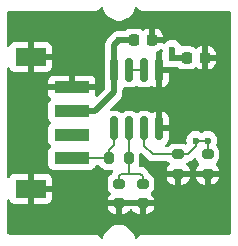
<source format=gbr>
%TF.GenerationSoftware,KiCad,Pcbnew,9.0.3*%
%TF.CreationDate,2025-07-16T23:37:23+02:00*%
%TF.ProjectId,ialightsens,69616c69-6768-4747-9365-6e732e6b6963,rev?*%
%TF.SameCoordinates,Original*%
%TF.FileFunction,Copper,L1,Top*%
%TF.FilePolarity,Positive*%
%FSLAX46Y46*%
G04 Gerber Fmt 4.6, Leading zero omitted, Abs format (unit mm)*
G04 Created by KiCad (PCBNEW 9.0.3) date 2025-07-16 23:37:23*
%MOMM*%
%LPD*%
G01*
G04 APERTURE LIST*
G04 Aperture macros list*
%AMRoundRect*
0 Rectangle with rounded corners*
0 $1 Rounding radius*
0 $2 $3 $4 $5 $6 $7 $8 $9 X,Y pos of 4 corners*
0 Add a 4 corners polygon primitive as box body*
4,1,4,$2,$3,$4,$5,$6,$7,$8,$9,$2,$3,0*
0 Add four circle primitives for the rounded corners*
1,1,$1+$1,$2,$3*
1,1,$1+$1,$4,$5*
1,1,$1+$1,$6,$7*
1,1,$1+$1,$8,$9*
0 Add four rect primitives between the rounded corners*
20,1,$1+$1,$2,$3,$4,$5,0*
20,1,$1+$1,$4,$5,$6,$7,0*
20,1,$1+$1,$6,$7,$8,$9,0*
20,1,$1+$1,$8,$9,$2,$3,0*%
G04 Aperture macros list end*
%TA.AperFunction,SMDPad,CuDef*%
%ADD10RoundRect,0.200000X-0.200000X-0.275000X0.200000X-0.275000X0.200000X0.275000X-0.200000X0.275000X0*%
%TD*%
%TA.AperFunction,SMDPad,CuDef*%
%ADD11RoundRect,0.200000X-0.275000X0.200000X-0.275000X-0.200000X0.275000X-0.200000X0.275000X0.200000X0*%
%TD*%
%TA.AperFunction,SMDPad,CuDef*%
%ADD12R,3.000000X1.000000*%
%TD*%
%TA.AperFunction,SMDPad,CuDef*%
%ADD13R,2.600000X1.550000*%
%TD*%
%TA.AperFunction,SMDPad,CuDef*%
%ADD14RoundRect,0.225000X-0.225000X-0.250000X0.225000X-0.250000X0.225000X0.250000X-0.225000X0.250000X0*%
%TD*%
%TA.AperFunction,SMDPad,CuDef*%
%ADD15RoundRect,0.150000X0.150000X-0.825000X0.150000X0.825000X-0.150000X0.825000X-0.150000X-0.825000X0*%
%TD*%
%TA.AperFunction,ViaPad*%
%ADD16C,0.600000*%
%TD*%
%TA.AperFunction,Conductor*%
%ADD17C,0.500000*%
%TD*%
%TA.AperFunction,Conductor*%
%ADD18C,0.200000*%
%TD*%
G04 APERTURE END LIST*
D10*
%TO.P,R3,1*%
%TO.N,/SIG*%
X9175000Y-13000000D03*
%TO.P,R3,2*%
%TO.N,Net-(U1A--)*%
X10825000Y-13000000D03*
%TD*%
D11*
%TO.P,R5,1*%
%TO.N,Net-(U1A--)*%
X12000000Y-15175000D03*
%TO.P,R5,2*%
%TO.N,GND*%
X12000000Y-16825000D03*
%TD*%
D12*
%TO.P,G1,1,1*%
%TO.N,/SIG*%
X6000000Y-13000000D03*
%TO.P,G1,2,2*%
%TO.N,unconnected-(G1-Pad2)*%
X6000000Y-11000000D03*
%TO.P,G1,3,3*%
%TO.N,+3V3*%
X6000000Y-9000000D03*
%TO.P,G1,4,4*%
%TO.N,GND*%
X6000000Y-7000000D03*
D13*
%TO.P,G1,5,SS1*%
X2510840Y-15575000D03*
%TO.P,G1,6,SS2*%
X2510840Y-4425000D03*
%TD*%
D11*
%TO.P,R4,1*%
%TO.N,Net-(U1A--)*%
X10000000Y-15175000D03*
%TO.P,R4,2*%
%TO.N,GND*%
X10000000Y-16825000D03*
%TD*%
D14*
%TO.P,C1,1*%
%TO.N,+3V3*%
X15725000Y-4500000D03*
%TO.P,C1,2*%
%TO.N,GND*%
X17275000Y-4500000D03*
%TD*%
D15*
%TO.P,U1,1*%
%TO.N,/SIG*%
X9595000Y-10475000D03*
%TO.P,U1,2,-*%
%TO.N,Net-(U1A--)*%
X10865000Y-10475000D03*
%TO.P,U1,3,+*%
%TO.N,Net-(Q1-E)*%
X12135000Y-10475000D03*
%TO.P,U1,4,V-*%
%TO.N,GND*%
X13405000Y-10475000D03*
%TO.P,U1,5,+*%
X13405000Y-5525000D03*
%TO.P,U1,6,-*%
%TO.N,Net-(U1B--)*%
X12135000Y-5525000D03*
%TO.P,U1,7*%
X10865000Y-5525000D03*
%TO.P,U1,8,V+*%
%TO.N,+3V3*%
X9595000Y-5525000D03*
%TD*%
D14*
%TO.P,C2,1*%
%TO.N,+3V3*%
X11225000Y-3000000D03*
%TO.P,C2,2*%
%TO.N,GND*%
X12775000Y-3000000D03*
%TD*%
D11*
%TO.P,R2,1*%
%TO.N,Net-(Q1-E)*%
X17500000Y-12675000D03*
%TO.P,R2,2*%
%TO.N,GND*%
X17500000Y-14325000D03*
%TD*%
%TO.P,R1,1*%
%TO.N,Net-(Q1-E)*%
X15000000Y-12675000D03*
%TO.P,R1,2*%
%TO.N,GND*%
X15000000Y-14325000D03*
%TD*%
D16*
%TO.N,+3V3*%
X9595000Y-4000000D03*
X14500000Y-3799997D03*
X10000000Y-3000000D03*
X14500000Y-4500000D03*
%TO.N,GND*%
X2500000Y-11000000D03*
X6500000Y-3500000D03*
X15000000Y-17500000D03*
X6500000Y-2500000D03*
X2500000Y-7000000D03*
X10500000Y-8500000D03*
X2500000Y-9000000D03*
X16500000Y-17500000D03*
X6500000Y-4500000D03*
X4000000Y-18000000D03*
X5500000Y-2500000D03*
X17500000Y-7000000D03*
X5500000Y-18000000D03*
X2500000Y-18000000D03*
X11500000Y-8500000D03*
X4500000Y-2500000D03*
X2500000Y-12500000D03*
X18000000Y-17500000D03*
X16000000Y-7000000D03*
X12500000Y-8500000D03*
X12500000Y-7500000D03*
X10500000Y-7500000D03*
X11500000Y-7500000D03*
X6500000Y-5500000D03*
%TO.N,Net-(Q1-E)*%
X17500000Y-11500000D03*
X16500000Y-11500000D03*
%TD*%
D17*
%TO.N,+3V3*%
X9595000Y-5525000D02*
X9595000Y-4000000D01*
X9595000Y-4000000D02*
X9595000Y-3405000D01*
X9595000Y-3405000D02*
X10000000Y-3000000D01*
X6000000Y-9000000D02*
X8000000Y-9000000D01*
X9595000Y-7405000D02*
X9595000Y-5525000D01*
X8000000Y-9000000D02*
X9595000Y-7405000D01*
D18*
%TO.N,Net-(U1A--)*%
X10200000Y-14300000D02*
X10800000Y-14300000D01*
X10825000Y-13000000D02*
X10825000Y-14275000D01*
X10825000Y-14275000D02*
X10800000Y-14300000D01*
X10800000Y-14300000D02*
X11800000Y-14300000D01*
X10000000Y-15175000D02*
X10000000Y-14500000D01*
X10000000Y-14500000D02*
X10200000Y-14300000D01*
X12000000Y-14500000D02*
X12000000Y-15175000D01*
X11800000Y-14300000D02*
X12000000Y-14500000D01*
%TO.N,/SIG*%
X9175000Y-13000000D02*
X6000000Y-13000000D01*
X9600000Y-11900000D02*
X9175000Y-12325000D01*
X9175000Y-12325000D02*
X9175000Y-13000000D01*
X9595000Y-11895000D02*
X9600000Y-11900000D01*
X9595000Y-10475000D02*
X9595000Y-11895000D01*
%TO.N,Net-(U1A--)*%
X10865000Y-10475000D02*
X10865000Y-11935000D01*
X10865000Y-11935000D02*
X10825000Y-11975000D01*
X10825000Y-13000000D02*
X10825000Y-11975000D01*
%TO.N,Net-(Q1-E)*%
X15000000Y-12675000D02*
X12875000Y-12675000D01*
X12875000Y-12675000D02*
X12135000Y-11935000D01*
X12135000Y-11935000D02*
X12135000Y-10475000D01*
X16500000Y-12000000D02*
X15825000Y-12675000D01*
X15825000Y-12675000D02*
X15000000Y-12675000D01*
X17500000Y-11500000D02*
X17500000Y-12675000D01*
D17*
%TO.N,+3V3*%
X14500000Y-3799997D02*
X14500000Y-4500000D01*
X14500000Y-4500000D02*
X15950000Y-4500000D01*
X10000000Y-3000000D02*
X11450000Y-3000000D01*
D18*
%TO.N,Net-(Q1-E)*%
X16500000Y-11500000D02*
X16500000Y-12000000D01*
X17500000Y-11500000D02*
X16500000Y-11500000D01*
%TO.N,Net-(U1B--)*%
X10770000Y-5500000D02*
X12040000Y-5500000D01*
%TD*%
%TA.AperFunction,Conductor*%
%TO.N,GND*%
G36*
X8629839Y-193381D02*
G01*
X8670367Y-250296D01*
X8675660Y-271454D01*
X8681339Y-307314D01*
X8682754Y-316243D01*
X8743119Y-502027D01*
X8748444Y-518414D01*
X8844951Y-707820D01*
X8969890Y-879786D01*
X9120213Y-1030109D01*
X9292179Y-1155048D01*
X9292181Y-1155049D01*
X9292184Y-1155051D01*
X9481588Y-1251557D01*
X9683757Y-1317246D01*
X9893713Y-1350500D01*
X9893714Y-1350500D01*
X10106286Y-1350500D01*
X10106287Y-1350500D01*
X10316243Y-1317246D01*
X10518412Y-1251557D01*
X10707816Y-1155051D01*
X10729789Y-1139086D01*
X10879786Y-1030109D01*
X10879788Y-1030106D01*
X10879792Y-1030104D01*
X11030104Y-879792D01*
X11030106Y-879788D01*
X11030109Y-879786D01*
X11155048Y-707820D01*
X11155047Y-707820D01*
X11155051Y-707816D01*
X11251557Y-518412D01*
X11317246Y-316243D01*
X11324340Y-271452D01*
X11336510Y-245777D01*
X11345804Y-218926D01*
X11351280Y-214619D01*
X11354266Y-208321D01*
X11378391Y-193298D01*
X11400725Y-175735D01*
X11407661Y-175072D01*
X11413577Y-171389D01*
X11441992Y-171794D01*
X11470278Y-169093D01*
X11476471Y-172285D01*
X11483440Y-172385D01*
X11507123Y-188087D01*
X11532381Y-201108D01*
X11538502Y-208891D01*
X11541673Y-210994D01*
X11554199Y-228851D01*
X11566581Y-250296D01*
X11599500Y-307314D01*
X11692686Y-400500D01*
X11806814Y-466392D01*
X11934108Y-500500D01*
X12065892Y-500500D01*
X19134108Y-500500D01*
X19190243Y-500500D01*
X19209640Y-502027D01*
X19225080Y-504472D01*
X19273154Y-512086D01*
X19310046Y-524073D01*
X19358544Y-548783D01*
X19389929Y-571586D01*
X19428413Y-610070D01*
X19451217Y-641457D01*
X19475925Y-689950D01*
X19487913Y-726845D01*
X19497973Y-790358D01*
X19499500Y-809757D01*
X19499500Y-19190242D01*
X19497973Y-19209639D01*
X19497973Y-19209641D01*
X19487913Y-19273154D01*
X19475925Y-19310049D01*
X19451217Y-19358542D01*
X19428413Y-19389929D01*
X19389929Y-19428413D01*
X19358542Y-19451217D01*
X19310049Y-19475925D01*
X19273154Y-19487913D01*
X19235734Y-19493840D01*
X19209639Y-19497973D01*
X19190243Y-19499500D01*
X11934106Y-19499500D01*
X11806813Y-19533608D01*
X11806810Y-19533609D01*
X11692684Y-19599500D01*
X11625793Y-19666390D01*
X11625794Y-19666391D01*
X11599499Y-19692686D01*
X11554199Y-19771147D01*
X11503631Y-19819362D01*
X11435024Y-19832584D01*
X11370159Y-19806616D01*
X11329631Y-19749701D01*
X11324341Y-19728556D01*
X11317246Y-19683757D01*
X11251557Y-19481588D01*
X11155051Y-19292184D01*
X11155049Y-19292181D01*
X11155048Y-19292179D01*
X11030109Y-19120213D01*
X10879786Y-18969890D01*
X10707820Y-18844951D01*
X10518414Y-18748444D01*
X10518413Y-18748443D01*
X10518412Y-18748443D01*
X10316243Y-18682754D01*
X10316241Y-18682753D01*
X10316240Y-18682753D01*
X10154957Y-18657208D01*
X10106287Y-18649500D01*
X9893713Y-18649500D01*
X9845042Y-18657208D01*
X9683760Y-18682753D01*
X9481585Y-18748444D01*
X9292179Y-18844951D01*
X9120213Y-18969890D01*
X8969890Y-19120213D01*
X8844951Y-19292179D01*
X8748444Y-19481585D01*
X8682753Y-19683758D01*
X8675660Y-19728543D01*
X8665719Y-19749510D01*
X8660068Y-19772011D01*
X8651036Y-19780484D01*
X8645730Y-19791677D01*
X8626031Y-19803942D01*
X8609112Y-19819815D01*
X8596932Y-19822060D01*
X8586418Y-19828607D01*
X8563218Y-19828275D01*
X8540401Y-19832482D01*
X8528940Y-19827785D01*
X8516555Y-19827609D01*
X8497215Y-19814785D01*
X8475748Y-19805989D01*
X8464884Y-19793348D01*
X8458323Y-19788998D01*
X8451600Y-19780250D01*
X8448507Y-19775831D01*
X8400503Y-19692686D01*
X8374209Y-19666392D01*
X8307318Y-19599500D01*
X8193189Y-19533608D01*
X8065896Y-19499500D01*
X8065895Y-19499500D01*
X809757Y-19499500D01*
X790360Y-19497973D01*
X749549Y-19491509D01*
X726845Y-19487913D01*
X689950Y-19475925D01*
X641457Y-19451217D01*
X610070Y-19428413D01*
X571586Y-19389929D01*
X548782Y-19358542D01*
X524073Y-19310046D01*
X512086Y-19273152D01*
X502027Y-19209639D01*
X500500Y-19190242D01*
X500500Y-17081582D01*
X9025001Y-17081582D01*
X9031408Y-17152102D01*
X9031409Y-17152107D01*
X9081981Y-17314396D01*
X9169927Y-17459877D01*
X9290122Y-17580072D01*
X9435604Y-17668019D01*
X9435603Y-17668019D01*
X9597894Y-17718590D01*
X9597892Y-17718590D01*
X9668418Y-17724999D01*
X10250000Y-17724999D01*
X10331581Y-17724999D01*
X10402102Y-17718591D01*
X10402107Y-17718590D01*
X10564396Y-17668018D01*
X10709877Y-17580072D01*
X10830072Y-17459877D01*
X10893883Y-17354322D01*
X10945411Y-17307135D01*
X11014270Y-17295296D01*
X11078599Y-17322565D01*
X11106117Y-17354322D01*
X11169927Y-17459877D01*
X11290122Y-17580072D01*
X11435604Y-17668019D01*
X11435603Y-17668019D01*
X11597894Y-17718590D01*
X11597892Y-17718590D01*
X11668418Y-17724999D01*
X12250000Y-17724999D01*
X12331581Y-17724999D01*
X12402102Y-17718591D01*
X12402107Y-17718590D01*
X12564396Y-17668018D01*
X12709877Y-17580072D01*
X12830072Y-17459877D01*
X12918019Y-17314395D01*
X12968590Y-17152106D01*
X12975000Y-17081572D01*
X12975000Y-17075000D01*
X12250000Y-17075000D01*
X12250000Y-17724999D01*
X11668418Y-17724999D01*
X11749999Y-17724998D01*
X11750000Y-17724998D01*
X11750000Y-17075000D01*
X10250000Y-17075000D01*
X10250000Y-17724999D01*
X9668418Y-17724999D01*
X9749999Y-17724998D01*
X9750000Y-17724998D01*
X9750000Y-17075000D01*
X9025001Y-17075000D01*
X9025001Y-17081582D01*
X500500Y-17081582D01*
X500500Y-16563555D01*
X520185Y-16496516D01*
X572989Y-16450761D01*
X642147Y-16440817D01*
X705703Y-16469842D01*
X740682Y-16520222D01*
X767485Y-16592086D01*
X767489Y-16592093D01*
X853649Y-16707187D01*
X853652Y-16707190D01*
X968746Y-16793350D01*
X968753Y-16793354D01*
X1103460Y-16843596D01*
X1103467Y-16843598D01*
X1162995Y-16849999D01*
X1163012Y-16850000D01*
X2260840Y-16850000D01*
X2760840Y-16850000D01*
X3858668Y-16850000D01*
X3858684Y-16849999D01*
X3918212Y-16843598D01*
X3918219Y-16843596D01*
X4052926Y-16793354D01*
X4052933Y-16793350D01*
X4168027Y-16707190D01*
X4168030Y-16707187D01*
X4254190Y-16592093D01*
X4254194Y-16592086D01*
X4304436Y-16457379D01*
X4304438Y-16457372D01*
X4310839Y-16397844D01*
X4310840Y-16397827D01*
X4310840Y-15825000D01*
X2760840Y-15825000D01*
X2760840Y-16850000D01*
X2260840Y-16850000D01*
X2260840Y-15325000D01*
X2760840Y-15325000D01*
X4310840Y-15325000D01*
X4310840Y-14752172D01*
X4310839Y-14752155D01*
X4304438Y-14692627D01*
X4304436Y-14692620D01*
X4254194Y-14557913D01*
X4254190Y-14557906D01*
X4168030Y-14442812D01*
X4168027Y-14442809D01*
X4052933Y-14356649D01*
X4052926Y-14356645D01*
X3918219Y-14306403D01*
X3918212Y-14306401D01*
X3858684Y-14300000D01*
X2760840Y-14300000D01*
X2760840Y-15325000D01*
X2260840Y-15325000D01*
X2260840Y-14300000D01*
X1162995Y-14300000D01*
X1103467Y-14306401D01*
X1103460Y-14306403D01*
X968753Y-14356645D01*
X968746Y-14356649D01*
X853652Y-14442809D01*
X853649Y-14442812D01*
X767489Y-14557906D01*
X767485Y-14557913D01*
X740682Y-14629777D01*
X698811Y-14685711D01*
X633346Y-14710128D01*
X565073Y-14695276D01*
X515668Y-14645871D01*
X500500Y-14586444D01*
X500500Y-8452135D01*
X3999500Y-8452135D01*
X3999500Y-9547870D01*
X3999501Y-9547876D01*
X4005908Y-9607483D01*
X4056202Y-9742328D01*
X4056206Y-9742335D01*
X4142452Y-9857544D01*
X4142453Y-9857544D01*
X4142454Y-9857546D01*
X4171615Y-9879376D01*
X4200145Y-9900734D01*
X4242015Y-9956668D01*
X4246999Y-10026360D01*
X4213513Y-10087683D01*
X4200145Y-10099266D01*
X4142452Y-10142455D01*
X4056206Y-10257664D01*
X4056202Y-10257671D01*
X4005908Y-10392517D01*
X4004834Y-10402511D01*
X3999501Y-10452123D01*
X3999500Y-10452135D01*
X3999500Y-11547870D01*
X3999501Y-11547876D01*
X4005908Y-11607483D01*
X4056202Y-11742328D01*
X4056206Y-11742335D01*
X4142452Y-11857544D01*
X4142453Y-11857544D01*
X4142454Y-11857546D01*
X4171352Y-11879179D01*
X4200145Y-11900734D01*
X4242015Y-11956668D01*
X4246999Y-12026360D01*
X4213513Y-12087683D01*
X4200145Y-12099266D01*
X4142452Y-12142455D01*
X4056206Y-12257664D01*
X4056202Y-12257671D01*
X4005908Y-12392517D01*
X3999501Y-12452116D01*
X3999500Y-12452135D01*
X3999500Y-13547870D01*
X3999501Y-13547876D01*
X4005908Y-13607483D01*
X4056202Y-13742328D01*
X4056206Y-13742335D01*
X4142452Y-13857544D01*
X4142455Y-13857547D01*
X4257664Y-13943793D01*
X4257671Y-13943797D01*
X4392517Y-13994091D01*
X4392516Y-13994091D01*
X4399444Y-13994835D01*
X4452127Y-14000500D01*
X7547872Y-14000499D01*
X7607483Y-13994091D01*
X7742331Y-13943796D01*
X7857546Y-13857546D01*
X7943796Y-13742331D01*
X7966609Y-13681167D01*
X7979878Y-13663440D01*
X7989078Y-13643297D01*
X8000408Y-13636015D01*
X8008480Y-13625233D01*
X8029228Y-13617494D01*
X8047856Y-13605523D01*
X8069772Y-13602371D01*
X8073944Y-13600816D01*
X8082791Y-13600500D01*
X8283285Y-13600500D01*
X8350324Y-13620185D01*
X8389401Y-13660349D01*
X8413068Y-13699499D01*
X8419530Y-13710188D01*
X8539811Y-13830469D01*
X8539813Y-13830470D01*
X8539815Y-13830472D01*
X8685394Y-13918478D01*
X8847804Y-13969086D01*
X8918384Y-13975500D01*
X8918387Y-13975500D01*
X9394648Y-13975500D01*
X9396879Y-13976155D01*
X9399134Y-13975581D01*
X9430247Y-13985953D01*
X9461687Y-13995185D01*
X9463209Y-13996941D01*
X9465418Y-13997678D01*
X9485989Y-14023231D01*
X9507442Y-14047989D01*
X9507772Y-14050290D01*
X9509232Y-14052103D01*
X9512720Y-14084699D01*
X9517386Y-14117147D01*
X9516496Y-14119984D01*
X9516667Y-14121576D01*
X9512050Y-14134171D01*
X9505505Y-14155059D01*
X9503869Y-14158322D01*
X9469360Y-14218095D01*
X9440423Y-14268215D01*
X9430804Y-14304109D01*
X9425151Y-14315390D01*
X9409583Y-14332094D01*
X9397700Y-14351588D01*
X9378446Y-14365947D01*
X9289811Y-14419530D01*
X9169530Y-14539811D01*
X9081522Y-14685393D01*
X9030913Y-14847807D01*
X9024500Y-14918386D01*
X9024500Y-15431613D01*
X9030913Y-15502192D01*
X9030913Y-15502194D01*
X9030914Y-15502196D01*
X9081522Y-15664606D01*
X9106116Y-15705290D01*
X9169530Y-15810188D01*
X9272015Y-15912673D01*
X9305500Y-15973996D01*
X9300516Y-16043688D01*
X9272015Y-16088035D01*
X9169928Y-16190121D01*
X9169927Y-16190122D01*
X9081980Y-16335604D01*
X9031409Y-16497893D01*
X9025000Y-16568427D01*
X9025000Y-16575000D01*
X12974999Y-16575000D01*
X12974999Y-16568417D01*
X12968591Y-16497897D01*
X12968590Y-16497892D01*
X12918018Y-16335603D01*
X12830072Y-16190122D01*
X12727984Y-16088034D01*
X12694499Y-16026711D01*
X12699483Y-15957019D01*
X12727983Y-15912673D01*
X12830472Y-15810185D01*
X12918478Y-15664606D01*
X12969086Y-15502196D01*
X12975500Y-15431616D01*
X12975500Y-14918384D01*
X12969086Y-14847804D01*
X12918478Y-14685394D01*
X12855721Y-14581582D01*
X14025001Y-14581582D01*
X14031408Y-14652102D01*
X14031409Y-14652107D01*
X14081981Y-14814396D01*
X14169927Y-14959877D01*
X14290122Y-15080072D01*
X14435604Y-15168019D01*
X14435603Y-15168019D01*
X14597894Y-15218590D01*
X14597892Y-15218590D01*
X14668418Y-15224999D01*
X15250000Y-15224999D01*
X15331581Y-15224999D01*
X15402102Y-15218591D01*
X15402107Y-15218590D01*
X15564396Y-15168018D01*
X15709877Y-15080072D01*
X15830072Y-14959877D01*
X15918019Y-14814395D01*
X15968590Y-14652106D01*
X15974999Y-14581582D01*
X16525001Y-14581582D01*
X16531408Y-14652102D01*
X16531409Y-14652107D01*
X16581981Y-14814396D01*
X16669927Y-14959877D01*
X16790122Y-15080072D01*
X16935604Y-15168019D01*
X16935603Y-15168019D01*
X17097894Y-15218590D01*
X17097892Y-15218590D01*
X17168418Y-15224999D01*
X17750000Y-15224999D01*
X17831581Y-15224999D01*
X17902102Y-15218591D01*
X17902107Y-15218590D01*
X18064396Y-15168018D01*
X18209877Y-15080072D01*
X18330072Y-14959877D01*
X18418019Y-14814395D01*
X18468590Y-14652106D01*
X18475000Y-14581572D01*
X18475000Y-14575000D01*
X17750000Y-14575000D01*
X17750000Y-15224999D01*
X17168418Y-15224999D01*
X17249999Y-15224998D01*
X17250000Y-15224998D01*
X17250000Y-14575000D01*
X16525001Y-14575000D01*
X16525001Y-14581582D01*
X15974999Y-14581582D01*
X15975000Y-14581572D01*
X15975000Y-14575000D01*
X15250000Y-14575000D01*
X15250000Y-15224999D01*
X14668418Y-15224999D01*
X14749999Y-15224998D01*
X14750000Y-15224998D01*
X14750000Y-14575000D01*
X14025001Y-14575000D01*
X14025001Y-14581582D01*
X12855721Y-14581582D01*
X12830472Y-14539815D01*
X12830470Y-14539813D01*
X12830469Y-14539811D01*
X12710188Y-14419530D01*
X12710185Y-14419528D01*
X12621552Y-14365947D01*
X12574366Y-14314421D01*
X12565931Y-14291930D01*
X12559577Y-14268216D01*
X12530640Y-14218095D01*
X12480524Y-14131290D01*
X12480518Y-14131282D01*
X12297961Y-13948726D01*
X12297959Y-13948723D01*
X12168717Y-13819481D01*
X12168716Y-13819480D01*
X12081904Y-13769360D01*
X12081904Y-13769359D01*
X12081900Y-13769358D01*
X12031785Y-13740423D01*
X11879057Y-13699499D01*
X11794964Y-13699499D01*
X11727925Y-13679814D01*
X11682170Y-13627010D01*
X11672226Y-13557852D01*
X11676575Y-13538618D01*
X11719086Y-13402196D01*
X11725500Y-13331616D01*
X11725500Y-12674097D01*
X11745185Y-12607058D01*
X11797989Y-12561303D01*
X11867147Y-12551359D01*
X11930703Y-12580384D01*
X11937181Y-12586416D01*
X12390139Y-13039374D01*
X12390149Y-13039385D01*
X12394479Y-13043715D01*
X12394480Y-13043716D01*
X12506284Y-13155520D01*
X12593095Y-13205639D01*
X12593097Y-13205641D01*
X12631151Y-13227611D01*
X12643215Y-13234577D01*
X12795943Y-13275501D01*
X12795946Y-13275501D01*
X12961653Y-13275501D01*
X12961669Y-13275500D01*
X14083480Y-13275500D01*
X14112920Y-13284144D01*
X14142907Y-13290668D01*
X14147922Y-13294422D01*
X14150519Y-13295185D01*
X14171161Y-13311819D01*
X14272015Y-13412673D01*
X14305500Y-13473996D01*
X14300516Y-13543688D01*
X14272015Y-13588035D01*
X14169928Y-13690121D01*
X14169927Y-13690122D01*
X14081980Y-13835604D01*
X14031409Y-13997893D01*
X14025000Y-14068427D01*
X14025000Y-14075000D01*
X15974999Y-14075000D01*
X15974999Y-14068417D01*
X15968591Y-13997897D01*
X15968590Y-13997892D01*
X15918018Y-13835603D01*
X15830072Y-13690122D01*
X15727984Y-13588034D01*
X15723645Y-13580088D01*
X15716398Y-13574663D01*
X15707163Y-13549903D01*
X15694499Y-13526711D01*
X15695144Y-13517681D01*
X15691981Y-13509199D01*
X15697597Y-13483378D01*
X15699483Y-13457019D01*
X15705301Y-13447965D01*
X15706833Y-13440926D01*
X15727981Y-13412675D01*
X15829496Y-13311160D01*
X15890817Y-13277677D01*
X15900997Y-13275903D01*
X15904048Y-13275501D01*
X15904057Y-13275501D01*
X16056785Y-13234577D01*
X16106904Y-13205639D01*
X16193716Y-13155520D01*
X16305520Y-13043716D01*
X16305520Y-13043714D01*
X16315728Y-13033507D01*
X16315729Y-13033504D01*
X16342188Y-13007045D01*
X16403509Y-12973562D01*
X16473201Y-12978546D01*
X16529134Y-13020418D01*
X16548251Y-13057835D01*
X16578690Y-13155519D01*
X16581522Y-13164606D01*
X16669530Y-13310188D01*
X16772015Y-13412673D01*
X16805500Y-13473996D01*
X16800516Y-13543688D01*
X16772015Y-13588035D01*
X16669928Y-13690121D01*
X16669927Y-13690122D01*
X16581980Y-13835604D01*
X16531409Y-13997893D01*
X16525000Y-14068427D01*
X16525000Y-14075000D01*
X18474999Y-14075000D01*
X18474999Y-14068417D01*
X18468591Y-13997897D01*
X18468590Y-13997892D01*
X18418018Y-13835603D01*
X18330072Y-13690122D01*
X18227984Y-13588034D01*
X18194499Y-13526711D01*
X18199483Y-13457019D01*
X18227983Y-13412673D01*
X18330472Y-13310185D01*
X18418478Y-13164606D01*
X18469086Y-13002196D01*
X18475500Y-12931616D01*
X18475500Y-12418384D01*
X18469086Y-12347804D01*
X18418478Y-12185394D01*
X18330472Y-12039815D01*
X18330470Y-12039813D01*
X18330469Y-12039811D01*
X18256394Y-11965736D01*
X18222909Y-11904413D01*
X18227893Y-11834721D01*
X18229493Y-11830655D01*
X18269737Y-11733497D01*
X18300500Y-11578842D01*
X18300500Y-11421158D01*
X18300500Y-11421155D01*
X18300499Y-11421153D01*
X18289458Y-11365649D01*
X18269737Y-11266503D01*
X18269735Y-11266498D01*
X18209397Y-11120827D01*
X18209390Y-11120814D01*
X18121789Y-10989711D01*
X18121786Y-10989707D01*
X18010292Y-10878213D01*
X18010288Y-10878210D01*
X17879185Y-10790609D01*
X17879172Y-10790602D01*
X17733501Y-10730264D01*
X17733489Y-10730261D01*
X17578845Y-10699500D01*
X17578842Y-10699500D01*
X17421158Y-10699500D01*
X17421155Y-10699500D01*
X17266510Y-10730261D01*
X17266498Y-10730264D01*
X17120827Y-10790602D01*
X17120814Y-10790609D01*
X17068891Y-10825304D01*
X17002214Y-10846182D01*
X16934833Y-10827698D01*
X16931109Y-10825304D01*
X16879185Y-10790609D01*
X16879172Y-10790602D01*
X16733501Y-10730264D01*
X16733489Y-10730261D01*
X16578845Y-10699500D01*
X16578842Y-10699500D01*
X16421158Y-10699500D01*
X16421155Y-10699500D01*
X16266510Y-10730261D01*
X16266498Y-10730264D01*
X16120827Y-10790602D01*
X16120814Y-10790609D01*
X15989711Y-10878210D01*
X15989707Y-10878213D01*
X15878213Y-10989707D01*
X15878210Y-10989711D01*
X15790609Y-11120814D01*
X15790602Y-11120827D01*
X15730264Y-11266498D01*
X15730261Y-11266510D01*
X15699500Y-11421153D01*
X15699500Y-11578846D01*
X15721287Y-11688376D01*
X15715060Y-11757967D01*
X15672197Y-11813145D01*
X15606307Y-11836389D01*
X15562781Y-11830953D01*
X15505631Y-11813145D01*
X15402196Y-11780914D01*
X15331616Y-11774500D01*
X14668384Y-11774500D01*
X14649145Y-11776248D01*
X14597807Y-11780913D01*
X14435393Y-11831522D01*
X14289811Y-11919530D01*
X14289810Y-11919531D01*
X14171161Y-12038181D01*
X14144233Y-12052884D01*
X14118415Y-12069477D01*
X14112214Y-12070368D01*
X14109838Y-12071666D01*
X14083480Y-12074500D01*
X13975570Y-12074500D01*
X13908531Y-12054815D01*
X13862776Y-12002011D01*
X13852832Y-11932853D01*
X13881857Y-11869297D01*
X13912449Y-11843768D01*
X13956552Y-11817685D01*
X13956561Y-11817678D01*
X14072678Y-11701561D01*
X14072685Y-11701552D01*
X14156282Y-11560196D01*
X14156283Y-11560193D01*
X14202099Y-11402495D01*
X14202100Y-11402489D01*
X14204999Y-11365649D01*
X14205000Y-11365634D01*
X14205000Y-10725000D01*
X13529000Y-10725000D01*
X13461961Y-10705315D01*
X13416206Y-10652511D01*
X13405000Y-10601000D01*
X13405000Y-10475000D01*
X13279000Y-10475000D01*
X13211961Y-10455315D01*
X13166206Y-10402511D01*
X13155000Y-10351000D01*
X13155000Y-10225000D01*
X13655000Y-10225000D01*
X14205000Y-10225000D01*
X14205000Y-9584365D01*
X14204999Y-9584350D01*
X14202100Y-9547510D01*
X14202099Y-9547504D01*
X14156283Y-9389806D01*
X14156282Y-9389803D01*
X14072685Y-9248447D01*
X14072678Y-9248438D01*
X13956561Y-9132321D01*
X13956552Y-9132314D01*
X13815196Y-9048717D01*
X13815193Y-9048716D01*
X13657494Y-9002900D01*
X13657497Y-9002900D01*
X13655000Y-9002703D01*
X13655000Y-10225000D01*
X13155000Y-10225000D01*
X13155000Y-9002703D01*
X13152503Y-9002900D01*
X12994806Y-9048716D01*
X12994803Y-9048717D01*
X12853449Y-9132313D01*
X12847283Y-9137097D01*
X12845389Y-9134655D01*
X12796580Y-9161239D01*
X12726894Y-9156179D01*
X12694227Y-9135159D01*
X12693031Y-9136702D01*
X12686862Y-9131917D01*
X12608681Y-9085681D01*
X12545398Y-9048256D01*
X12545397Y-9048255D01*
X12545396Y-9048255D01*
X12545393Y-9048254D01*
X12387573Y-9002402D01*
X12387567Y-9002401D01*
X12350701Y-8999500D01*
X12350694Y-8999500D01*
X11919306Y-8999500D01*
X11919298Y-8999500D01*
X11882432Y-9002401D01*
X11882426Y-9002402D01*
X11724606Y-9048254D01*
X11724603Y-9048255D01*
X11583137Y-9131917D01*
X11576969Y-9136702D01*
X11575072Y-9134256D01*
X11526358Y-9160857D01*
X11456666Y-9155873D01*
X11424296Y-9135069D01*
X11423031Y-9136702D01*
X11416862Y-9131917D01*
X11338681Y-9085681D01*
X11275398Y-9048256D01*
X11275397Y-9048255D01*
X11275396Y-9048255D01*
X11275393Y-9048254D01*
X11117573Y-9002402D01*
X11117567Y-9002401D01*
X11080701Y-8999500D01*
X11080694Y-8999500D01*
X10649306Y-8999500D01*
X10649298Y-8999500D01*
X10612432Y-9002401D01*
X10612426Y-9002402D01*
X10454606Y-9048254D01*
X10454603Y-9048255D01*
X10313137Y-9131917D01*
X10306969Y-9136702D01*
X10305072Y-9134256D01*
X10256358Y-9160857D01*
X10186666Y-9155873D01*
X10154296Y-9135069D01*
X10153031Y-9136702D01*
X10146862Y-9131917D01*
X10068681Y-9085681D01*
X10005398Y-9048256D01*
X10005397Y-9048255D01*
X10005396Y-9048255D01*
X10005393Y-9048254D01*
X9847573Y-9002402D01*
X9847567Y-9002401D01*
X9810701Y-8999500D01*
X9810694Y-8999500D01*
X9379306Y-8999500D01*
X9379301Y-8999500D01*
X9379278Y-8999501D01*
X9369821Y-9000245D01*
X9301445Y-8985876D01*
X9251692Y-8936822D01*
X9236358Y-8868655D01*
X9260311Y-8803020D01*
X9272410Y-8788956D01*
X10177952Y-7883415D01*
X10205205Y-7842627D01*
X10260084Y-7760495D01*
X10283518Y-7703920D01*
X10316659Y-7623912D01*
X10345500Y-7478917D01*
X10345500Y-7331082D01*
X10345500Y-7085199D01*
X10365185Y-7018160D01*
X10417989Y-6972405D01*
X10487147Y-6962461D01*
X10504089Y-6966121D01*
X10612431Y-6997598D01*
X10649306Y-7000500D01*
X10649314Y-7000500D01*
X11080686Y-7000500D01*
X11080694Y-7000500D01*
X11117569Y-6997598D01*
X11117571Y-6997597D01*
X11117573Y-6997597D01*
X11159191Y-6985505D01*
X11275398Y-6951744D01*
X11416865Y-6868081D01*
X11416870Y-6868075D01*
X11423031Y-6863298D01*
X11424933Y-6865750D01*
X11473579Y-6839155D01*
X11543274Y-6844104D01*
X11575695Y-6864940D01*
X11576969Y-6863298D01*
X11583132Y-6868078D01*
X11583135Y-6868081D01*
X11724602Y-6951744D01*
X11761490Y-6962461D01*
X11882426Y-6997597D01*
X11882429Y-6997597D01*
X11882431Y-6997598D01*
X11919306Y-7000500D01*
X11919314Y-7000500D01*
X12350686Y-7000500D01*
X12350694Y-7000500D01*
X12387569Y-6997598D01*
X12387571Y-6997597D01*
X12387573Y-6997597D01*
X12429191Y-6985505D01*
X12545398Y-6951744D01*
X12686865Y-6868081D01*
X12686868Y-6868077D01*
X12693026Y-6863301D01*
X12694839Y-6865638D01*
X12743949Y-6838798D01*
X12813643Y-6843756D01*
X12845996Y-6864551D01*
X12847278Y-6862900D01*
X12853447Y-6867685D01*
X12994801Y-6951281D01*
X13152514Y-6997100D01*
X13152511Y-6997100D01*
X13154998Y-6997295D01*
X13155000Y-6997295D01*
X13655000Y-6997295D01*
X13655001Y-6997295D01*
X13657486Y-6997100D01*
X13815198Y-6951281D01*
X13956552Y-6867685D01*
X13956561Y-6867678D01*
X14072678Y-6751561D01*
X14072685Y-6751552D01*
X14156282Y-6610196D01*
X14156283Y-6610193D01*
X14202099Y-6452495D01*
X14202100Y-6452489D01*
X14204999Y-6415649D01*
X14205000Y-6415634D01*
X14205000Y-5775000D01*
X13655000Y-5775000D01*
X13655000Y-6997295D01*
X13155000Y-6997295D01*
X13155000Y-4044000D01*
X13174685Y-3976961D01*
X13227489Y-3931206D01*
X13279000Y-3920000D01*
X13282971Y-3920000D01*
X13282975Y-3919999D01*
X13308481Y-3911547D01*
X13308492Y-3911542D01*
X13452728Y-3822575D01*
X13452732Y-3822572D01*
X13487819Y-3787486D01*
X13549142Y-3754001D01*
X13618834Y-3758985D01*
X13674767Y-3800857D01*
X13698038Y-3856181D01*
X13699500Y-3865616D01*
X13699500Y-3878839D01*
X13708766Y-3925426D01*
X13709174Y-3928054D01*
X13704913Y-3960173D01*
X13702025Y-3992441D01*
X13700297Y-3994966D01*
X13699986Y-3997317D01*
X13693275Y-4005234D01*
X13670790Y-4038112D01*
X13655000Y-4052702D01*
X13655000Y-5275000D01*
X14231821Y-5275000D01*
X14234034Y-5273791D01*
X14284598Y-5273337D01*
X14421153Y-5300499D01*
X14421156Y-5300500D01*
X14421158Y-5300500D01*
X14578844Y-5300500D01*
X14578845Y-5300499D01*
X14682626Y-5279856D01*
X14733488Y-5269739D01*
X14733489Y-5269738D01*
X14733497Y-5269737D01*
X14757155Y-5259937D01*
X14765329Y-5258311D01*
X14769669Y-5255523D01*
X14804604Y-5250500D01*
X14923126Y-5250500D01*
X14990165Y-5270185D01*
X15010807Y-5286819D01*
X15046955Y-5322967D01*
X15046959Y-5322970D01*
X15191294Y-5411998D01*
X15191297Y-5411999D01*
X15191303Y-5412003D01*
X15352292Y-5465349D01*
X15451655Y-5475500D01*
X15998344Y-5475499D01*
X15998352Y-5475498D01*
X15998355Y-5475498D01*
X16052760Y-5469940D01*
X16097708Y-5465349D01*
X16258697Y-5412003D01*
X16403044Y-5322968D01*
X16412668Y-5313343D01*
X16473987Y-5279856D01*
X16543679Y-5284835D01*
X16588034Y-5313339D01*
X16597267Y-5322572D01*
X16597271Y-5322575D01*
X16741507Y-5411542D01*
X16741518Y-5411547D01*
X16902393Y-5464855D01*
X17001683Y-5474999D01*
X17525000Y-5474999D01*
X17548308Y-5474999D01*
X17548322Y-5474998D01*
X17647607Y-5464855D01*
X17808481Y-5411547D01*
X17808492Y-5411542D01*
X17952728Y-5322575D01*
X17952732Y-5322572D01*
X18072572Y-5202732D01*
X18072575Y-5202728D01*
X18161542Y-5058492D01*
X18161547Y-5058481D01*
X18214855Y-4897606D01*
X18224999Y-4798322D01*
X18225000Y-4798309D01*
X18225000Y-4750000D01*
X17525000Y-4750000D01*
X17525000Y-5474999D01*
X17001683Y-5474999D01*
X17025000Y-5474998D01*
X17025000Y-4250000D01*
X17525000Y-4250000D01*
X18224999Y-4250000D01*
X18224999Y-4201692D01*
X18224998Y-4201677D01*
X18214855Y-4102392D01*
X18161547Y-3941518D01*
X18161542Y-3941507D01*
X18072575Y-3797271D01*
X18072572Y-3797267D01*
X17952732Y-3677427D01*
X17952728Y-3677424D01*
X17808492Y-3588457D01*
X17808481Y-3588452D01*
X17647606Y-3535144D01*
X17548322Y-3525000D01*
X17525000Y-3525000D01*
X17525000Y-4250000D01*
X17025000Y-4250000D01*
X17025000Y-3524999D01*
X17001693Y-3525000D01*
X17001674Y-3525001D01*
X16902392Y-3535144D01*
X16741518Y-3588452D01*
X16741507Y-3588457D01*
X16597271Y-3677424D01*
X16597265Y-3677428D01*
X16588031Y-3686663D01*
X16526707Y-3720146D01*
X16457015Y-3715159D01*
X16412672Y-3686660D01*
X16403044Y-3677032D01*
X16403040Y-3677029D01*
X16258705Y-3588001D01*
X16258699Y-3587998D01*
X16258697Y-3587997D01*
X16193823Y-3566500D01*
X16097709Y-3534651D01*
X15998346Y-3524500D01*
X15451662Y-3524500D01*
X15451644Y-3524501D01*
X15352266Y-3534653D01*
X15283573Y-3521883D01*
X15232689Y-3474002D01*
X15225109Y-3458758D01*
X15209394Y-3420818D01*
X15200766Y-3407906D01*
X15121789Y-3289708D01*
X15121786Y-3289704D01*
X15010292Y-3178210D01*
X15010288Y-3178207D01*
X14879185Y-3090606D01*
X14879172Y-3090599D01*
X14733501Y-3030261D01*
X14733489Y-3030258D01*
X14578845Y-2999497D01*
X14578842Y-2999497D01*
X14421158Y-2999497D01*
X14421155Y-2999497D01*
X14266510Y-3030258D01*
X14266498Y-3030261D01*
X14120827Y-3090599D01*
X14120814Y-3090606D01*
X13989711Y-3178207D01*
X13989707Y-3178210D01*
X13909140Y-3258778D01*
X13847817Y-3292263D01*
X13778125Y-3287279D01*
X13733778Y-3258778D01*
X13725000Y-3250000D01*
X12899000Y-3250000D01*
X12831961Y-3230315D01*
X12786206Y-3177511D01*
X12775000Y-3126000D01*
X12775000Y-3000000D01*
X12649000Y-3000000D01*
X12581961Y-2980315D01*
X12536206Y-2927511D01*
X12525000Y-2876000D01*
X12525000Y-2750000D01*
X13025000Y-2750000D01*
X13724999Y-2750000D01*
X13724999Y-2701692D01*
X13724998Y-2701677D01*
X13714855Y-2602392D01*
X13661547Y-2441518D01*
X13661542Y-2441507D01*
X13572575Y-2297271D01*
X13572572Y-2297267D01*
X13452732Y-2177427D01*
X13452728Y-2177424D01*
X13308492Y-2088457D01*
X13308481Y-2088452D01*
X13147606Y-2035144D01*
X13048322Y-2025000D01*
X13025000Y-2025000D01*
X13025000Y-2750000D01*
X12525000Y-2750000D01*
X12525000Y-2024999D01*
X12501693Y-2025000D01*
X12501674Y-2025001D01*
X12402392Y-2035144D01*
X12241518Y-2088452D01*
X12241507Y-2088457D01*
X12097271Y-2177424D01*
X12097265Y-2177428D01*
X12088031Y-2186663D01*
X12026707Y-2220146D01*
X11957015Y-2215159D01*
X11912672Y-2186660D01*
X11903044Y-2177032D01*
X11903040Y-2177029D01*
X11758705Y-2088001D01*
X11758699Y-2087998D01*
X11758697Y-2087997D01*
X11758694Y-2087996D01*
X11597709Y-2034651D01*
X11498346Y-2024500D01*
X10951662Y-2024500D01*
X10951644Y-2024501D01*
X10852292Y-2034650D01*
X10852289Y-2034651D01*
X10691305Y-2087996D01*
X10691294Y-2088001D01*
X10546959Y-2177029D01*
X10546955Y-2177032D01*
X10510807Y-2213181D01*
X10483879Y-2227884D01*
X10458061Y-2244477D01*
X10451860Y-2245368D01*
X10449484Y-2246666D01*
X10423126Y-2249500D01*
X10304604Y-2249500D01*
X10257155Y-2240062D01*
X10233497Y-2230263D01*
X10233493Y-2230262D01*
X10233488Y-2230260D01*
X10078845Y-2199500D01*
X10078842Y-2199500D01*
X9921158Y-2199500D01*
X9921155Y-2199500D01*
X9766510Y-2230261D01*
X9766498Y-2230264D01*
X9620827Y-2290602D01*
X9620814Y-2290609D01*
X9489711Y-2378210D01*
X9489707Y-2378213D01*
X9378213Y-2489707D01*
X9378210Y-2489711D01*
X9290609Y-2620814D01*
X9290603Y-2620826D01*
X9280806Y-2644478D01*
X9253927Y-2684704D01*
X9012052Y-2926578D01*
X9012046Y-2926585D01*
X8963329Y-2999496D01*
X8963330Y-2999497D01*
X8929914Y-3049508D01*
X8873343Y-3186082D01*
X8873340Y-3186092D01*
X8844500Y-3331079D01*
X8844500Y-3695396D01*
X8835062Y-3742844D01*
X8828377Y-3758985D01*
X8825262Y-3766506D01*
X8825260Y-3766511D01*
X8794500Y-3921153D01*
X8794500Y-4078846D01*
X8825261Y-4233489D01*
X8825263Y-4233497D01*
X8835061Y-4257151D01*
X8836687Y-4265328D01*
X8839477Y-4269669D01*
X8844500Y-4304604D01*
X8844500Y-4417670D01*
X8839576Y-4452265D01*
X8797402Y-4597426D01*
X8797401Y-4597432D01*
X8794500Y-4634298D01*
X8794500Y-6415701D01*
X8797401Y-6452567D01*
X8797402Y-6452573D01*
X8839576Y-6597733D01*
X8844500Y-6632328D01*
X8844500Y-7042769D01*
X8824815Y-7109808D01*
X8808181Y-7130450D01*
X8195807Y-7742823D01*
X8134484Y-7776308D01*
X8064792Y-7771324D01*
X8008859Y-7729452D01*
X7984442Y-7663988D01*
X7991947Y-7611802D01*
X7993596Y-7607379D01*
X7993598Y-7607372D01*
X7999999Y-7547844D01*
X8000000Y-7547827D01*
X8000000Y-7250000D01*
X4000000Y-7250000D01*
X4000000Y-7547844D01*
X4006401Y-7607372D01*
X4006403Y-7607379D01*
X4056645Y-7742086D01*
X4056649Y-7742093D01*
X4142809Y-7857186D01*
X4200561Y-7900420D01*
X4242432Y-7956354D01*
X4247416Y-8026046D01*
X4213931Y-8087369D01*
X4200563Y-8098952D01*
X4142454Y-8142453D01*
X4142452Y-8142455D01*
X4056206Y-8257664D01*
X4056202Y-8257671D01*
X4005908Y-8392517D01*
X3999501Y-8452116D01*
X3999500Y-8452135D01*
X500500Y-8452135D01*
X500500Y-6452155D01*
X4000000Y-6452155D01*
X4000000Y-6750000D01*
X5750000Y-6750000D01*
X6250000Y-6750000D01*
X8000000Y-6750000D01*
X8000000Y-6452172D01*
X7999999Y-6452155D01*
X7993598Y-6392627D01*
X7993596Y-6392620D01*
X7943354Y-6257913D01*
X7943350Y-6257906D01*
X7857190Y-6142812D01*
X7857187Y-6142809D01*
X7742093Y-6056649D01*
X7742086Y-6056645D01*
X7607379Y-6006403D01*
X7607372Y-6006401D01*
X7547844Y-6000000D01*
X6250000Y-6000000D01*
X6250000Y-6750000D01*
X5750000Y-6750000D01*
X5750000Y-6000000D01*
X4452155Y-6000000D01*
X4392627Y-6006401D01*
X4392620Y-6006403D01*
X4257913Y-6056645D01*
X4257906Y-6056649D01*
X4142812Y-6142809D01*
X4142809Y-6142812D01*
X4056649Y-6257906D01*
X4056645Y-6257913D01*
X4006403Y-6392620D01*
X4006401Y-6392627D01*
X4000000Y-6452155D01*
X500500Y-6452155D01*
X500500Y-5413555D01*
X520185Y-5346516D01*
X572989Y-5300761D01*
X642147Y-5290817D01*
X705703Y-5319842D01*
X740682Y-5370222D01*
X767485Y-5442086D01*
X767489Y-5442093D01*
X853649Y-5557187D01*
X853652Y-5557190D01*
X968746Y-5643350D01*
X968753Y-5643354D01*
X1103460Y-5693596D01*
X1103467Y-5693598D01*
X1162995Y-5699999D01*
X1163012Y-5700000D01*
X2260840Y-5700000D01*
X2760840Y-5700000D01*
X3858668Y-5700000D01*
X3858684Y-5699999D01*
X3918212Y-5693598D01*
X3918219Y-5693596D01*
X4052926Y-5643354D01*
X4052933Y-5643350D01*
X4168027Y-5557190D01*
X4168030Y-5557187D01*
X4254190Y-5442093D01*
X4254194Y-5442086D01*
X4304436Y-5307379D01*
X4304438Y-5307372D01*
X4310839Y-5247844D01*
X4310840Y-5247827D01*
X4310840Y-4675000D01*
X2760840Y-4675000D01*
X2760840Y-5700000D01*
X2260840Y-5700000D01*
X2260840Y-4175000D01*
X2760840Y-4175000D01*
X4310840Y-4175000D01*
X4310840Y-3602172D01*
X4310839Y-3602155D01*
X4304438Y-3542627D01*
X4304436Y-3542620D01*
X4254194Y-3407913D01*
X4254190Y-3407906D01*
X4168030Y-3292812D01*
X4168027Y-3292809D01*
X4052933Y-3206649D01*
X4052926Y-3206645D01*
X3918219Y-3156403D01*
X3918212Y-3156401D01*
X3858684Y-3150000D01*
X2760840Y-3150000D01*
X2760840Y-4175000D01*
X2260840Y-4175000D01*
X2260840Y-3150000D01*
X1162995Y-3150000D01*
X1103467Y-3156401D01*
X1103460Y-3156403D01*
X968753Y-3206645D01*
X968746Y-3206649D01*
X853652Y-3292809D01*
X853649Y-3292812D01*
X767489Y-3407906D01*
X767485Y-3407913D01*
X740682Y-3479777D01*
X698811Y-3535711D01*
X633346Y-3560128D01*
X565073Y-3545276D01*
X515668Y-3495871D01*
X500500Y-3436444D01*
X500500Y-809758D01*
X502027Y-790360D01*
X510936Y-734109D01*
X512087Y-726845D01*
X524072Y-689955D01*
X548786Y-641452D01*
X571585Y-610073D01*
X610073Y-571585D01*
X641452Y-548786D01*
X689955Y-524072D01*
X726846Y-512086D01*
X790360Y-502026D01*
X809758Y-500500D01*
X8065890Y-500500D01*
X8065892Y-500500D01*
X8193186Y-466392D01*
X8307314Y-400500D01*
X8400500Y-307314D01*
X8445800Y-228851D01*
X8496367Y-180636D01*
X8564974Y-167413D01*
X8629839Y-193381D01*
G37*
%TD.AperFunction*%
%TD*%
M02*

</source>
